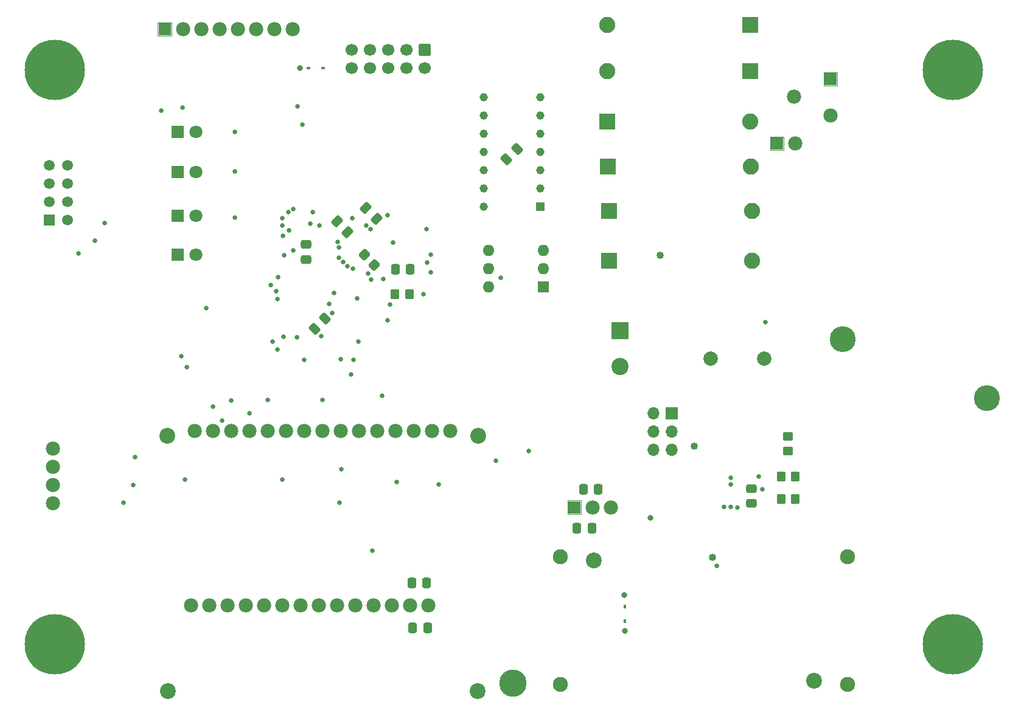
<source format=gbr>
%TF.GenerationSoftware,KiCad,Pcbnew,(6.0.4)*%
%TF.CreationDate,2023-03-10T14:52:47-05:00*%
%TF.ProjectId,cc_pcbRedo,63635f70-6362-4526-9564-6f2e6b696361,rev?*%
%TF.SameCoordinates,Original*%
%TF.FileFunction,Soldermask,Bot*%
%TF.FilePolarity,Negative*%
%FSLAX46Y46*%
G04 Gerber Fmt 4.6, Leading zero omitted, Abs format (unit mm)*
G04 Created by KiCad (PCBNEW (6.0.4)) date 2023-03-10 14:52:47*
%MOMM*%
%LPD*%
G01*
G04 APERTURE LIST*
G04 Aperture macros list*
%AMRoundRect*
0 Rectangle with rounded corners*
0 $1 Rounding radius*
0 $2 $3 $4 $5 $6 $7 $8 $9 X,Y pos of 4 corners*
0 Add a 4 corners polygon primitive as box body*
4,1,4,$2,$3,$4,$5,$6,$7,$8,$9,$2,$3,0*
0 Add four circle primitives for the rounded corners*
1,1,$1+$1,$2,$3*
1,1,$1+$1,$4,$5*
1,1,$1+$1,$6,$7*
1,1,$1+$1,$8,$9*
0 Add four rect primitives between the rounded corners*
20,1,$1+$1,$2,$3,$4,$5,0*
20,1,$1+$1,$4,$5,$6,$7,0*
20,1,$1+$1,$6,$7,$8,$9,0*
20,1,$1+$1,$8,$9,$2,$3,0*%
G04 Aperture macros list end*
%ADD10C,0.120000*%
%ADD11C,2.096000*%
%ADD12R,1.778000X1.778000*%
%ADD13C,1.981200*%
%ADD14R,2.250000X2.250000*%
%ADD15C,2.250000*%
%ADD16C,2.000000*%
%ADD17R,1.600000X1.600000*%
%ADD18O,1.600000X1.600000*%
%ADD19R,1.800000X1.800000*%
%ADD20C,1.800000*%
%ADD21C,2.200000*%
%ADD22R,1.500000X1.500000*%
%ADD23C,1.500000*%
%ADD24C,8.400000*%
%ADD25RoundRect,0.250000X-0.600000X0.600000X-0.600000X-0.600000X0.600000X-0.600000X0.600000X0.600000X0*%
%ADD26C,1.700000*%
%ADD27R,2.400000X2.400000*%
%ADD28C,2.400000*%
%ADD29R,1.170000X1.170000*%
%ADD30C,1.170000*%
%ADD31C,3.600000*%
%ADD32R,1.700000X1.700000*%
%ADD33O,1.700000X1.700000*%
%ADD34RoundRect,0.250000X-0.574524X-0.097227X-0.097227X-0.574524X0.574524X0.097227X0.097227X0.574524X0*%
%ADD35RoundRect,0.250000X0.565685X0.070711X0.070711X0.565685X-0.565685X-0.070711X-0.070711X-0.565685X0*%
%ADD36RoundRect,0.250000X-0.337500X-0.475000X0.337500X-0.475000X0.337500X0.475000X-0.337500X0.475000X0*%
%ADD37R,0.600000X0.450000*%
%ADD38RoundRect,0.250000X0.475000X-0.337500X0.475000X0.337500X-0.475000X0.337500X-0.475000X-0.337500X0*%
%ADD39RoundRect,0.250000X0.337500X0.475000X-0.337500X0.475000X-0.337500X-0.475000X0.337500X-0.475000X0*%
%ADD40RoundRect,0.250000X0.350000X0.450000X-0.350000X0.450000X-0.350000X-0.450000X0.350000X-0.450000X0*%
%ADD41RoundRect,0.250000X-0.350000X-0.450000X0.350000X-0.450000X0.350000X0.450000X-0.350000X0.450000X0*%
%ADD42R,0.450000X0.600000*%
%ADD43RoundRect,0.250000X-0.475000X0.337500X-0.475000X-0.337500X0.475000X-0.337500X0.475000X0.337500X0*%
%ADD44RoundRect,0.250000X0.097227X-0.574524X0.574524X-0.097227X-0.097227X0.574524X-0.574524X0.097227X0*%
%ADD45RoundRect,0.250000X-0.450000X0.350000X-0.450000X-0.350000X0.450000X-0.350000X0.450000X0.350000X0*%
%ADD46C,0.635000*%
%ADD47C,0.800000*%
%ADD48C,1.016000*%
%ADD49C,3.810000*%
G04 APERTURE END LIST*
D10*
%TO.C,U7*%
X155752800Y-109347000D02*
X153873200Y-109347000D01*
X153873200Y-109347000D02*
X153873200Y-107467400D01*
X153873200Y-107467400D02*
X155752800Y-107467400D01*
X155752800Y-107467400D02*
X155752800Y-109347000D01*
%TO.C,J5*%
X183997600Y-58648600D02*
X182118000Y-58648600D01*
X182118000Y-58648600D02*
X182118000Y-56769000D01*
X182118000Y-56769000D02*
X183997600Y-56769000D01*
X183997600Y-56769000D02*
X183997600Y-58648600D01*
%TO.C,J6*%
X189560200Y-49701450D02*
X191439800Y-49701450D01*
X191439800Y-49701450D02*
X191439800Y-47821850D01*
X191439800Y-47821850D02*
X189560200Y-47821850D01*
X189560200Y-47821850D02*
X189560200Y-49701450D01*
%TO.C,J3*%
X98755200Y-42722800D02*
X96875600Y-42722800D01*
X96875600Y-42722800D02*
X96875600Y-40843200D01*
X96875600Y-40843200D02*
X98755200Y-40843200D01*
X98755200Y-40843200D02*
X98755200Y-42722800D01*
%TD*%
D11*
%TO.C,J7*%
X152916195Y-115337602D03*
X152916195Y-133087602D03*
X192866195Y-115337602D03*
X192866195Y-133087602D03*
%TD*%
D12*
%TO.C,U7*%
X154813000Y-108407200D03*
D13*
X157353000Y-108407200D03*
X159893000Y-108407200D03*
%TD*%
D14*
%TO.C,D15*%
X179317200Y-47675800D03*
D15*
X159417200Y-47675800D03*
%TD*%
D16*
%TO.C,C18*%
X181279800Y-87731600D03*
X173779800Y-87731600D03*
%TD*%
D13*
%TO.C,U3*%
X82296000Y-100203000D03*
X82296000Y-102743000D03*
X82296000Y-105283000D03*
X82296000Y-107823000D03*
%TD*%
D17*
%TO.C,U9*%
X150484992Y-77683589D03*
D18*
X150484992Y-75143589D03*
X150484992Y-72603589D03*
X142864992Y-72603589D03*
X142864992Y-75143589D03*
X142864992Y-77683589D03*
%TD*%
D14*
%TO.C,D10*%
X159671200Y-74066400D03*
D15*
X179571200Y-74066400D03*
%TD*%
D19*
%TO.C,D4*%
X99613796Y-56083200D03*
D20*
X102153796Y-56083200D03*
%TD*%
D21*
%TO.C,H8*%
X98247200Y-133985000D03*
%TD*%
D22*
%TO.C,U1*%
X81766800Y-68411903D03*
D23*
X84306800Y-68411903D03*
X81766800Y-65871903D03*
X84306800Y-65871903D03*
X81766800Y-63331903D03*
X84306800Y-63331903D03*
X81766800Y-60791903D03*
X84306800Y-60791903D03*
%TD*%
D12*
%TO.C,J5*%
X183057800Y-57708800D03*
D13*
X185597800Y-57708800D03*
%TD*%
D14*
%TO.C,D12*%
X159411993Y-54711600D03*
D15*
X179311993Y-54711600D03*
%TD*%
D19*
%TO.C,D5*%
X99593400Y-61722000D03*
D20*
X102133400Y-61722000D03*
%TD*%
D24*
%TO.C,H3*%
X207500000Y-47500000D03*
%TD*%
D25*
%TO.C,J1*%
X134035800Y-44729400D03*
D26*
X134035800Y-47269400D03*
X131495800Y-44729400D03*
X131495800Y-47269400D03*
X128955800Y-44729400D03*
X128955800Y-47269400D03*
X126415800Y-44729400D03*
X126415800Y-47269400D03*
X123875800Y-44729400D03*
X123875800Y-47269400D03*
%TD*%
D27*
%TO.C,C17*%
X161188400Y-83769200D03*
D28*
X161188400Y-88769200D03*
%TD*%
D29*
%TO.C,U5*%
X150121600Y-66573400D03*
D30*
X150121600Y-64033400D03*
X150121600Y-61493400D03*
X150121600Y-58953400D03*
X150121600Y-56413400D03*
X150121600Y-53873400D03*
X150121600Y-51333400D03*
X142181600Y-51333400D03*
X142181600Y-53873400D03*
X142181600Y-56413400D03*
X142181600Y-58953400D03*
X142181600Y-61493400D03*
X142181600Y-64033400D03*
X142181600Y-66573400D03*
%TD*%
D19*
%TO.C,D7*%
X99664596Y-73253600D03*
D20*
X102204596Y-73253600D03*
%TD*%
D21*
%TO.C,H6*%
X141427200Y-98450400D03*
%TD*%
D24*
%TO.C,H4*%
X82500000Y-47500000D03*
%TD*%
D13*
%TO.C,U4*%
X134493000Y-122072400D03*
X131953000Y-122072400D03*
X129413000Y-122072400D03*
X126873000Y-122072400D03*
X124333000Y-122072400D03*
X121793000Y-122072400D03*
X119253000Y-122072400D03*
X116713000Y-122072400D03*
X114173000Y-122072400D03*
X111633000Y-122072400D03*
X109093000Y-122072400D03*
X106553000Y-122072400D03*
X104013000Y-122072400D03*
X101473000Y-122072400D03*
%TD*%
D21*
%TO.C,H7*%
X141401800Y-134010400D03*
%TD*%
D19*
%TO.C,D6*%
X99588396Y-67792600D03*
D20*
X102128396Y-67792600D03*
%TD*%
D14*
%TO.C,D11*%
X159620400Y-67132200D03*
D15*
X179520400Y-67132200D03*
%TD*%
D21*
%TO.C,H9*%
X157581600Y-115824000D03*
%TD*%
D14*
%TO.C,D13*%
X179266400Y-41224200D03*
D15*
X159366400Y-41224200D03*
%TD*%
D14*
%TO.C,D14*%
X159468000Y-60934600D03*
D15*
X179368000Y-60934600D03*
%TD*%
D13*
%TO.C,U2*%
X137595162Y-97810439D03*
X135055162Y-97810439D03*
X132515162Y-97810439D03*
X129975162Y-97810439D03*
X127435162Y-97810439D03*
X124895162Y-97810439D03*
X122355162Y-97810439D03*
X119815162Y-97810439D03*
X117275162Y-97810439D03*
X114735162Y-97810439D03*
X112195162Y-97810439D03*
X109655162Y-97810439D03*
X107115162Y-97810439D03*
X104575162Y-97810439D03*
X102035162Y-97810439D03*
%TD*%
D31*
%TO.C,L1*%
X212237204Y-93213809D03*
X192137204Y-85013809D03*
%TD*%
D32*
%TO.C,J4*%
X168396590Y-95315811D03*
D33*
X165856590Y-95315811D03*
X168396590Y-97855811D03*
X165856590Y-97855811D03*
X168396590Y-100395811D03*
X165856590Y-100395811D03*
%TD*%
D21*
%TO.C,H5*%
X98221800Y-98425000D03*
%TD*%
D12*
%TO.C,J6*%
X190500000Y-48761650D03*
D13*
X185420000Y-51250850D03*
X190500000Y-53841650D03*
%TD*%
D21*
%TO.C,H10*%
X188163200Y-132562600D03*
%TD*%
D24*
%TO.C,H2*%
X207500000Y-127500000D03*
%TD*%
D12*
%TO.C,J3*%
X97815400Y-41783000D03*
D13*
X100355400Y-41783000D03*
X102895400Y-41783000D03*
X105435400Y-41783000D03*
X107975400Y-41783000D03*
X110515400Y-41783000D03*
X113055400Y-41783000D03*
X115595400Y-41783000D03*
%TD*%
D24*
%TO.C,H1*%
X82500000Y-127500000D03*
%TD*%
D34*
%TO.C,C2*%
X121787138Y-68598801D03*
X123254384Y-70066047D03*
%TD*%
D35*
%TO.C,FB1*%
X126995907Y-74646507D03*
X125581693Y-73232293D03*
%TD*%
D36*
%TO.C,C9*%
X156086900Y-105867200D03*
X158161900Y-105867200D03*
%TD*%
D37*
%TO.C,D8*%
X117796600Y-47269400D03*
X119896600Y-47269400D03*
%TD*%
D38*
%TO.C,C16*%
X179476400Y-107895300D03*
X179476400Y-105820300D03*
%TD*%
D39*
%TO.C,C1*%
X131991061Y-75276024D03*
X129916061Y-75276024D03*
%TD*%
D40*
%TO.C,R28*%
X185607200Y-107289600D03*
X183607200Y-107289600D03*
%TD*%
D34*
%TO.C,C5*%
X125825738Y-66744601D03*
X127292984Y-68211847D03*
%TD*%
D36*
%TO.C,C6*%
X132210900Y-118948200D03*
X134285900Y-118948200D03*
%TD*%
D41*
%TO.C,R20*%
X183607200Y-104114600D03*
X185607200Y-104114600D03*
%TD*%
D42*
%TO.C,D9*%
X161848800Y-122216200D03*
X161848800Y-124316200D03*
%TD*%
D36*
%TO.C,C7*%
X132312500Y-125247400D03*
X134387500Y-125247400D03*
%TD*%
D43*
%TO.C,C3*%
X117516961Y-71825524D03*
X117516961Y-73900524D03*
%TD*%
D44*
%TO.C,C4*%
X118688338Y-83578847D03*
X120155584Y-82111601D03*
%TD*%
%TO.C,C15*%
X145367177Y-59941023D03*
X146834423Y-58473777D03*
%TD*%
D45*
%TO.C,R19*%
X184581800Y-98542600D03*
X184581800Y-100542600D03*
%TD*%
D41*
%TO.C,R14*%
X129886759Y-78730424D03*
X131886759Y-78730424D03*
%TD*%
D36*
%TO.C,C10*%
X155197900Y-111302800D03*
X157272900Y-111302800D03*
%TD*%
D46*
X89458800Y-68808600D03*
X113379880Y-78282800D03*
X117275162Y-87883988D03*
X126695200Y-114477800D03*
X114249200Y-70561200D03*
X103606600Y-80695800D03*
X114173000Y-104571800D03*
X128079162Y-92862400D03*
X122326400Y-87757000D03*
X122402600Y-103073200D03*
X122148600Y-107746800D03*
X124580000Y-79350000D03*
X119811800Y-93497400D03*
X130098800Y-104876600D03*
X122658060Y-74251396D03*
X100685600Y-104571800D03*
X112191800Y-93421200D03*
X109651800Y-95351600D03*
X122095959Y-73634600D03*
X107111800Y-93573600D03*
X122095959Y-72237600D03*
X104571800Y-94361000D03*
X118414800Y-67284600D03*
X118126783Y-68893417D03*
X105791000Y-96342200D03*
X88112600Y-71247000D03*
X114350800Y-84683600D03*
X124005076Y-75192821D03*
X123248142Y-74841478D03*
X112839162Y-85327600D03*
X115114232Y-69823694D03*
X117024903Y-55143400D03*
X114198389Y-69164200D03*
X116332000Y-52603400D03*
X115736892Y-66844569D03*
X107619800Y-56083200D03*
X107594400Y-61595000D03*
X115062000Y-67335400D03*
X100939600Y-88925400D03*
X100304600Y-52730400D03*
X107585400Y-68046600D03*
X114198400Y-68173600D03*
X93675200Y-101422200D03*
X92125800Y-107772200D03*
X97358200Y-53187600D03*
X100126800Y-87350600D03*
X134807909Y-75666600D03*
X134346315Y-74289285D03*
X134807909Y-73253600D03*
X129590800Y-71500695D03*
X128803400Y-67716400D03*
X125845814Y-69148629D03*
X113588800Y-76327000D03*
X112572800Y-77495400D03*
X113521600Y-79405362D03*
X85852000Y-73075800D03*
X116259686Y-84712886D03*
X123774200Y-89916000D03*
X124129800Y-87909400D03*
X124739400Y-85293200D03*
X128854200Y-82372200D03*
X180450800Y-104149200D03*
D47*
X116611400Y-47269400D03*
X161747200Y-120599200D03*
X165430200Y-109880400D03*
D46*
X93472000Y-105333800D03*
X113538000Y-86410800D03*
X121407279Y-78537875D03*
X129209800Y-80137000D03*
D48*
X166801800Y-73329800D03*
D46*
X128235759Y-76571421D03*
X135990000Y-105190000D03*
X119650559Y-84597821D03*
X120737954Y-80117954D03*
X114470000Y-73320000D03*
X126102159Y-75834821D03*
X119353730Y-69146650D03*
X143900000Y-101930000D03*
X144610000Y-76440000D03*
D48*
X171551600Y-99872800D03*
D46*
X181000400Y-105943400D03*
X181440000Y-82600000D03*
D49*
X146304000Y-132892800D03*
D46*
X126593600Y-76708000D03*
X134289800Y-69672200D03*
X115713559Y-72659821D03*
X176600000Y-104300000D03*
X175700000Y-108400000D03*
X176600000Y-108400000D03*
X126503239Y-69662621D03*
X123968559Y-68164021D03*
X121160000Y-81340000D03*
X133798359Y-78705021D03*
X176600000Y-105200000D03*
X121927844Y-71420207D03*
X177500000Y-108404711D03*
X148463000Y-100533200D03*
D47*
X161823400Y-125653800D03*
D46*
X174625000Y-116560600D03*
D48*
X174020000Y-115350000D03*
M02*

</source>
